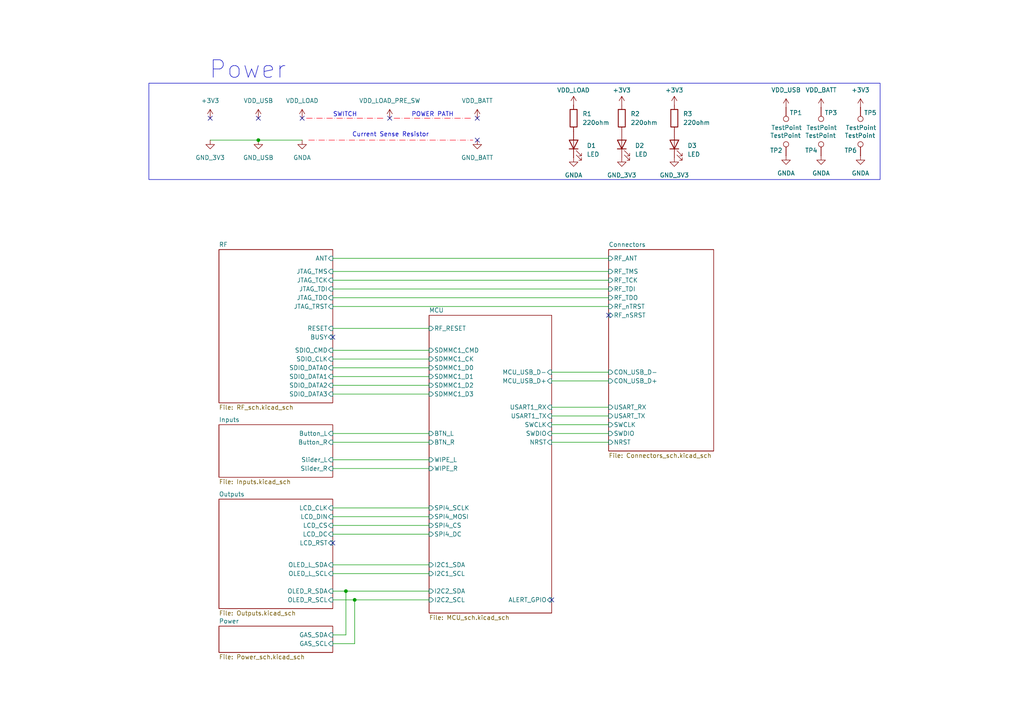
<source format=kicad_sch>
(kicad_sch (version 20231120) (generator "eeschema") (generator_version "8.0")
  (paper "A4")
  (lib_symbols
    (symbol "Connector:TestPoint" (pin_numbers hide) (pin_names (offset 0.762) hide)
      (property "Reference" "TP" (at 0 6.858 0))
      (property "Value" "TestPoint" (at 0 5.08 0))
      (symbol "TestPoint_0_1"
        (circle (center 0 3.302) (radius 0.762))
      )
      (symbol "TestPoint_1_1"
        (pin passive line (at 0 0 90) (length 2.54) (name "1") (number "1"))
      )
    )
    (symbol "Device:LED" (pin_numbers hide) (pin_names (offset 1.016) hide)
      (property "Reference" "D" (at 0 2.54 0))
      (property "Value" "LED" (at 0 -2.54 0))
      (symbol "LED_0_1"
        (polyline (pts (xy -1.27 -1.27) (xy -1.27 1.27)) (stroke (width 0.254)))
        (polyline (pts (xy -1.27 0) (xy 1.27 0)))
        (polyline (pts (xy 1.27 -1.27) (xy 1.27 1.27) (xy -1.27 0) (xy 1.27 -1.27)) (stroke (width 0.254)))
        (polyline (pts (xy -3.048 -0.762) (xy -4.572 -2.286) (xy -3.81 -2.286) (xy -4.572 -2.286) (xy -4.572 -1.524)))
        (polyline (pts (xy -1.778 -0.762) (xy -3.302 -2.286) (xy -2.54 -2.286) (xy -3.302 -2.286) (xy -3.302 -1.524)))
      )
      (symbol "LED_1_1"
        (pin passive line (at -3.81 0 0) (length 2.54) (name "K") (number "1"))
        (pin passive line (at 3.81 0 180) (length 2.54) (name "A") (number "2"))
      )
    )
    (symbol "Device:R" (pin_numbers hide) (pin_names (offset 0))
      (property "Reference" "R" (at 2.032 0 90))
      (property "Value" "R" (at 0 0 90))
      (symbol "R_0_1"
        (rectangle (start -1.016 -2.54) (end 1.016 2.54) (stroke (width 0.254)))
      )
      (symbol "R_1_1"
        (pin passive line (at 0 3.81 270) (length 1.27) (name "~") (number "1"))
        (pin passive line (at 0 -3.81 90) (length 1.27) (name "~") (number "2"))
      )
    )
    (symbol "power:+3V3" (power) (pin_numbers hide) (pin_names (offset 0) hide)
      (property "Value" "+3V3" (at 0 3.556 0))
      (symbol "+3V3_0_1"
        (polyline (pts (xy -0.762 1.27) (xy 0 2.54)))
        (polyline (pts (xy 0 0) (xy 0 2.54)))
        (polyline (pts (xy 0 2.54) (xy 0.762 1.27)))
      )
      (symbol "+3V3_1_1"
        (pin power_in line (at 0 0 90) (length 0) (name "~") (number "1"))
      )
    )
    (symbol "power:GND" (power) (pin_numbers hide) (pin_names (offset 0) hide)
      (property "Value" "GND" (at 0 -3.81 0))
      (symbol "GND_0_1"
        (polyline (pts (xy 0 0) (xy 0 -1.27) (xy 1.27 -1.27) (xy 0 -2.54) (xy -1.27 -1.27) (xy 0 -1.27)))
      )
      (symbol "GND_1_1"
        (pin power_in line (at 0 0 270) (length 0) (name "~") (number "1"))
      )
    )
    (symbol "power:GNDA" (power) (pin_numbers hide) (pin_names (offset 0) hide)
      (property "Value" "GNDA" (at 0 -3.81 0))
      (symbol "GNDA_0_1"
        (polyline (pts (xy 0 0) (xy 0 -1.27) (xy 1.27 -1.27) (xy 0 -2.54) (xy -1.27 -1.27) (xy 0 -1.27)))
      )
      (symbol "GNDA_1_1"
        (pin power_in line (at 0 0 270) (length 0) (name "~") (number "1"))
      )
    )
  )
  (junction (at 102.87 173.99))
  (junction (at 74.93 40.64))
  (junction (at 100.33 171.45))
  (no_connect (at 113.03 34.29))
  (no_connect (at 74.93 34.29))
  (no_connect (at 138.43 40.64))
  (no_connect (at 176.53 91.44))
  (no_connect (at 60.96 34.29))
  (no_connect (at 96.52 157.48))
  (no_connect (at 96.52 97.79))
  (no_connect (at 160.02 173.99))
  (no_connect (at 87.63 34.29))
  (no_connect (at 138.43 34.29))
  (wire (pts (xy 160.02 110.49) (xy 176.53 110.49)))
  (polyline (pts (xy 114.3 34.29) (xy 136.525 34.29)) (stroke (width 0) (type dash_dot) (color 255 5 28 1)))
  (wire (pts (xy 96.52 173.99) (xy 102.87 173.99)))
  (wire (pts (xy 96.52 152.4) (xy 124.46 152.4)))
  (wire (pts (xy 96.52 86.36) (xy 176.53 86.36)))
  (wire (pts (xy 96.52 163.83) (xy 124.46 163.83)))
  (polyline (pts (xy 88.9 34.29) (xy 111.125 34.29)) (stroke (width 0) (type dash_dot) (color 255 5 28 1)))
  (wire (pts (xy 100.33 171.45) (xy 124.46 171.45)))
  (wire (pts (xy 96.52 95.25) (xy 124.46 95.25)))
  (wire (pts (xy 96.52 171.45) (xy 100.33 171.45)))
  (wire (pts (xy 160.02 123.19) (xy 176.53 123.19)))
  (wire (pts (xy 100.33 184.15) (xy 100.33 171.45)))
  (wire (pts (xy 74.93 40.64) (xy 87.63 40.64)))
  (wire (pts (xy 96.52 133.35) (xy 124.46 133.35)))
  (wire (pts (xy 96.52 106.68) (xy 124.46 106.68)))
  (wire (pts (xy 96.52 125.73) (xy 124.46 125.73)))
  (wire (pts (xy 96.52 135.89) (xy 124.46 135.89)))
  (wire (pts (xy 160.02 128.27) (xy 176.53 128.27)))
  (wire (pts (xy 96.52 186.69) (xy 102.87 186.69)))
  (wire (pts (xy 96.52 101.6) (xy 124.46 101.6)))
  (wire (pts (xy 102.87 173.99) (xy 124.46 173.99)))
  (wire (pts (xy 102.87 186.69) (xy 102.87 173.99)))
  (wire (pts (xy 160.02 118.11) (xy 176.53 118.11)))
  (wire (pts (xy 96.52 104.14) (xy 124.46 104.14)))
  (wire (pts (xy 96.52 166.37) (xy 124.46 166.37)))
  (wire (pts (xy 60.96 40.64) (xy 74.93 40.64)))
  (wire (pts (xy 96.52 149.86) (xy 124.46 149.86)))
  (wire (pts (xy 96.52 74.93) (xy 176.53 74.93)))
  (wire (pts (xy 96.52 78.74) (xy 176.53 78.74)))
  (wire (pts (xy 96.52 154.94) (xy 124.46 154.94)))
  (wire (pts (xy 96.52 109.22) (xy 124.46 109.22)))
  (wire (pts (xy 160.02 120.65) (xy 176.53 120.65)))
  (wire (pts (xy 96.52 83.82) (xy 176.53 83.82)))
  (wire (pts (xy 160.02 125.73) (xy 176.53 125.73)))
  (wire (pts (xy 160.02 107.95) (xy 176.53 107.95)))
  (wire (pts (xy 96.52 88.9) (xy 176.53 88.9)))
  (wire (pts (xy 96.52 81.28) (xy 176.53 81.28)))
  (wire (pts (xy 96.52 114.3) (xy 124.46 114.3)))
  (wire (pts (xy 96.52 147.32) (xy 124.46 147.32)))
  (wire (pts (xy 96.52 184.15) (xy 100.33 184.15)))
  (polyline (pts (xy 89.535 40.64) (xy 137.16 40.64)) (stroke (width 0) (type dash_dot) (color 255 5 28 1)))
  (wire (pts (xy 96.52 111.76) (xy 124.46 111.76)))
  (wire (pts (xy 96.52 128.27) (xy 124.46 128.27)))
  (rectangle (start 43.18 24.13) (end 255.27 52.07))
  (text "Power\n" (at 71.882 20.32 0) (effects (font (size 5.08 5.08))))
  (text "POWER PATH" (at 125.476 33.274 0) (effects (font (size 1.27 1.27))))
  (text "Current Sense Resistor\n" (at 113.284 39.116 0) (effects (font (size 1.27 1.27))))
  (text "SWITCH" (at 100.076 33.274 0) (effects (font (size 1.27 1.27))))
  (symbol (lib_id "power:GND") (at 138.43 40.64 0) (unit 1)
    (property "Reference" "#PWR09" (effects (hide yes)))
    (property "Value" "GND_BATT" (at 138.43 45.72 0))
    (property "Description" "Power symbol creates a global label with name \"GND\" , ground" (effects (hide yes)))
  )
  (symbol (lib_id "power:+3V3") (at 238.149 31.1872 0) (unit 1)
    (property "Reference" "#PWR018" (effects (hide yes)))
    (property "Value" "VDD_BATT" (at 238.149 26.1072 0))
    (property "Description" "Power symbol creates a global label with name \"+3V3\"" (effects (hide yes)))
  )
  (symbol (lib_id "Connector:TestPoint") (at 238.149 31.1872 180) (unit 1)
    (property "Reference" "TP3" (at 239.165 32.7112 0) (effects (justify right)))
    (property "Value" "TestPoint" (at 233.831 37.0292 0) (effects (justify right)))
    (property "Footprint" "Connector_PinHeader_2.54mm:PinHeader_1x02_P2.54mm_Vertical" (effects (hide yes)))
    (property "Description" "test point" (effects (hide yes)))
    (property "MANUF_PN" "N/A" (effects (hide yes)))
  )
  (symbol (lib_id "Device:LED") (at 180.34 41.91 90) (unit 1)
    (property "Reference" "D2" (at 184.15 42.2274 90) (effects (justify right)))
    (property "Value" "LED" (at 184.15 44.7674 90) (effects (justify right)))
    (property "Footprint" "LED_SMD:LED_0603_1608Metric" (effects (hide yes)))
    (property "Description" "Light emitting diode" (effects (hide yes)))
    (property "MANUF_PN" "LTST-C190GKT" (effects (hide yes)))
  )
  (symbol (lib_id "power:GND") (at 60.96 40.64 0) (unit 1)
    (property "Reference" "#PWR02" (effects (hide yes)))
    (property "Value" "GND_3V3" (at 60.96 45.72 0))
    (property "Description" "Power symbol creates a global label with name \"GND\" , ground" (effects (hide yes)))
  )
  (symbol (lib_id "power:+3V3") (at 180.34 30.48 0) (unit 1)
    (property "Reference" "#PWR012" (effects (hide yes)))
    (property "Value" "+3V3" (at 180.34 26.162 0))
    (property "Description" "Power symbol creates a global label with name \"+3V3\"" (effects (hide yes)))
  )
  (symbol (lib_id "power:GNDA") (at 227.989 45.1572 0) (unit 1)
    (property "Reference" "#PWR017" (effects (hide yes)))
    (property "Value" "GNDA" (at 227.989 50.2372 0))
    (property "Description" "Power symbol creates a global label with name \"GNDA\" , analog ground" (effects (hide yes)))
  )
  (symbol (lib_id "Connector:TestPoint") (at 238.149 45.1572 0) (unit 1)
    (property "Reference" "TP4" (at 237.133 43.6332 0) (effects (justify right)))
    (property "Value" "TestPoint" (at 242.467 39.3152 0) (effects (justify right)))
    (property "Footprint" "Connector_PinHeader_2.54mm:PinHeader_1x02_P2.54mm_Vertical" (effects (hide yes)))
    (property "Description" "test point" (effects (hide yes)))
    (property "MANUF_PN" "N/A" (effects (hide yes)))
  )
  (symbol (lib_id "power:+3V3") (at 138.43 34.29 0) (unit 1)
    (property "Reference" "#PWR08" (effects (hide yes)))
    (property "Value" "VDD_BATT" (at 138.43 29.21 0))
    (property "Description" "Power symbol creates a global label with name \"+3V3\"" (effects (hide yes)))
  )
  (symbol (lib_id "power:+3V3") (at 227.989 31.1872 0) (unit 1)
    (property "Reference" "#PWR016" (effects (hide yes)))
    (property "Value" "VDD_USB" (at 227.989 26.1072 0))
    (property "Description" "Power symbol creates a global label with name \"+3V3\"" (effects (hide yes)))
  )
  (symbol (lib_id "power:GND") (at 180.34 45.72 0) (unit 1)
    (property "Reference" "#PWR013" (effects (hide yes)))
    (property "Value" "GND_3V3" (at 180.34 50.8 0))
    (property "Description" "Power symbol creates a global label with name \"GND\" , ground" (effects (hide yes)))
  )
  (symbol (lib_id "Device:R") (at 195.58 34.29 0) (unit 1)
    (property "Reference" "R3" (at 198.12 33.0199 0) (effects (justify left)))
    (property "Value" "220ohm" (at 198.12 35.5599 0) (effects (justify left)))
    (property "Footprint" "Resistor_SMD:R_0603_1608Metric" (effects (hide yes)))
    (property "Description" "Resistor" (effects (hide yes)))
    (property "MANUF_PN" "RMCF0603FT220R" (effects (hide yes)))
  )
  (symbol (lib_id "power:+3V3") (at 60.96 34.29 0) (unit 1)
    (property "Reference" "#PWR01" (effects (hide yes)))
    (property "Value" "+3V3" (at 60.96 29.21 0))
    (property "Description" "Power symbol creates a global label with name \"+3V3\"" (effects (hide yes)))
  )
  (symbol (lib_id "Device:R") (at 166.37 34.29 0) (unit 1)
    (property "Reference" "R1" (at 168.91 33.0199 0) (effects (justify left)))
    (property "Value" "220ohm" (at 168.91 35.5599 0) (effects (justify left)))
    (property "Footprint" "Resistor_SMD:R_0603_1608Metric" (effects (hide yes)))
    (property "Description" "Resistor" (effects (hide yes)))
    (property "MANUF_PN" "RMCF0603FT220R" (effects (hide yes)))
  )
  (symbol (lib_id "power:+3V3") (at 113.03 34.29 0) (unit 1)
    (property "Reference" "#PWR07" (effects (hide yes)))
    (property "Value" "VDD_LOAD_PRE_SW" (at 113.03 29.21 0))
    (property "Description" "Power symbol creates a global label with name \"+3V3\"" (effects (hide yes)))
  )
  (symbol (lib_id "power:+3V3") (at 74.93 34.29 0) (unit 1)
    (property "Reference" "#PWR03" (effects (hide yes)))
    (property "Value" "VDD_USB" (at 74.93 29.21 0))
    (property "Description" "Power symbol creates a global label with name \"+3V3\"" (effects (hide yes)))
  )
  (symbol (lib_id "power:GND") (at 74.93 40.64 0) (unit 1)
    (property "Reference" "#PWR04" (effects (hide yes)))
    (property "Value" "GND_USB" (at 74.93 45.72 0))
    (property "Description" "Power symbol creates a global label with name \"GND\" , ground" (effects (hide yes)))
  )
  (symbol (lib_id "power:GNDA") (at 238.149 45.1572 0) (unit 1)
    (property "Reference" "#PWR019" (effects (hide yes)))
    (property "Value" "GNDA" (at 238.149 50.2372 0))
    (property "Description" "Power symbol creates a global label with name \"GNDA\" , analog ground" (effects (hide yes)))
  )
  (symbol (lib_id "power:+3V3") (at 195.58 30.48 0) (unit 1)
    (property "Reference" "#PWR014" (effects (hide yes)))
    (property "Value" "+3V3" (at 195.58 26.162 0))
    (property "Description" "Power symbol creates a global label with name \"+3V3\"" (effects (hide yes)))
  )
  (symbol (lib_id "Connector:TestPoint") (at 227.989 45.1572 0) (unit 1)
    (property "Reference" "TP2" (at 226.973 43.6332 0) (effects (justify right)))
    (property "Value" "TestPoint" (at 232.307 39.3152 0) (effects (justify right)))
    (property "Footprint" "Connector_PinHeader_2.54mm:PinHeader_1x02_P2.54mm_Vertical" (effects (hide yes)))
    (property "Description" "test point" (effects (hide yes)))
    (property "MANUF_PN" "N/A" (effects (hide yes)))
  )
  (symbol (lib_id "Connector:TestPoint") (at 249.579 31.1872 180) (unit 1)
    (property "Reference" "TP5" (at 250.595 32.7112 0) (effects (justify right)))
    (property "Value" "TestPoint" (at 245.261 37.0292 0) (effects (justify right)))
    (property "Footprint" "Connector_PinHeader_2.54mm:PinHeader_1x02_P2.54mm_Vertical" (effects (hide yes)))
    (property "Description" "test point" (effects (hide yes)))
    (property "MANUF_PN" "N/A" (effects (hide yes)))
  )
  (symbol (lib_id "Device:LED") (at 166.37 41.91 90) (unit 1)
    (property "Reference" "D1" (at 170.18 42.2274 90) (effects (justify right)))
    (property "Value" "LED" (at 170.18 44.7674 90) (effects (justify right)))
    (property "Footprint" "LED_SMD:LED_0603_1608Metric" (effects (hide yes)))
    (property "Description" "Light emitting diode" (effects (hide yes)))
    (property "MANUF_PN" "LTST-C190GKT" (effects (hide yes)))
  )
  (symbol (lib_id "power:GNDA") (at 166.37 45.72 0) (unit 1)
    (property "Reference" "#PWR011" (effects (hide yes)))
    (property "Value" "GNDA" (at 166.37 50.8 0))
    (property "Description" "Power symbol creates a global label with name \"GNDA\" , analog ground" (effects (hide yes)))
  )
  (symbol (lib_id "Connector:TestPoint") (at 227.989 31.1872 180) (unit 1)
    (property "Reference" "TP1" (at 229.005 32.7112 0) (effects (justify right)))
    (property "Value" "TestPoint" (at 223.671 37.0292 0) (effects (justify right)))
    (property "Footprint" "Connector_PinHeader_2.54mm:PinHeader_1x02_P2.54mm_Vertical" (effects (hide yes)))
    (property "Description" "test point" (effects (hide yes)))
    (property "MANUF_PN" "N/A" (effects (hide yes)))
  )
  (symbol (lib_id "Device:LED") (at 195.58 41.91 90) (unit 1)
    (property "Reference" "D3" (at 199.39 42.2274 90) (effects (justify right)))
    (property "Value" "LED" (at 199.39 44.7674 90) (effects (justify right)))
    (property "Footprint" "LED_THT:LED_D5.0mm" (effects (hide yes)))
    (property "Description" "Light emitting diode" (effects (hide yes)))
    (property "MANUF_PN" "LTL-4293" (effects (hide yes)))
  )
  (symbol (lib_id "power:GND") (at 195.58 45.72 0) (unit 1)
    (property "Reference" "#PWR015" (effects (hide yes)))
    (property "Value" "GND_3V3" (at 195.58 50.8 0))
    (property "Description" "Power symbol creates a global label with name \"GND\" , ground" (effects (hide yes)))
  )
  (symbol (lib_id "power:+3V3") (at 166.37 30.48 0) (unit 1)
    (property "Reference" "#PWR010" (effects (hide yes)))
    (property "Value" "VDD_LOAD" (at 161.544 26.162 0) (effects (justify left)))
    (property "Description" "Power symbol creates a global label with name \"+3V3\"" (effects (hide yes)))
  )
  (symbol (lib_id "Device:R") (at 180.34 34.29 0) (unit 1)
    (property "Reference" "R2" (at 182.88 33.0199 0) (effects (justify left)))
    (property "Value" "220ohm" (at 182.88 35.5599 0) (effects (justify left)))
    (property "Footprint" "Resistor_SMD:R_0603_1608Metric" (effects (hide yes)))
    (property "Description" "Resistor" (effects (hide yes)))
    (property "MANUF_PN" "RMCF0603FT220R" (effects (hide yes)))
  )
  (symbol (lib_id "power:GNDA") (at 249.579 45.1572 0) (unit 1)
    (property "Reference" "#PWR021" (effects (hide yes)))
    (property "Value" "GNDA" (at 249.579 50.2372 0))
    (property "Description" "Power symbol creates a global label with name \"GNDA\" , analog ground" (effects (hide yes)))
  )
  (symbol (lib_id "power:+3V3") (at 249.579 31.1872 0) (unit 1)
    (property "Reference" "#PWR020" (effects (hide yes)))
    (property "Value" "+3V3" (at 249.579 26.1072 0))
    (property "Description" "Power symbol creates a global label with name \"+3V3\"" (effects (hide yes)))
  )
  (symbol (lib_id "power:+3V3") (at 87.63 34.29 0) (unit 1)
    (property "Reference" "#PWR05" (effects (hide yes)))
    (property "Value" "VDD_LOAD" (at 87.63 29.21 0))
    (property "Description" "Power symbol creates a global label with name \"+3V3\"" (effects (hide yes)))
  )
  (symbol (lib_id "Connector:TestPoint") (at 249.579 45.1572 0) (unit 1)
    (property "Reference" "TP6" (at 248.563 43.6332 0) (effects (justify right)))
    (property "Value" "TestPoint" (at 253.897 39.3152 0) (effects (justify right)))
    (property "Footprint" "Connector_PinHeader_2.54mm:PinHeader_1x02_P2.54mm_Vertical" (effects (hide yes)))
    (property "Description" "test point" (effects (hide yes)))
    (property "MANUF_PN" "N/A" (effects (hide yes)))
  )
  (symbol (lib_id "power:GNDA") (at 87.63 40.64 0) (unit 1)
    (property "Reference" "#PWR06" (effects (hide yes)))
    (property "Value" "GNDA" (at 87.63 45.72 0))
    (property "Description" "Power symbol creates a global label with name \"GNDA\" , analog ground" (effects (hide yes)))
  )
  (sheet (at 63.5 123.19) (size 33.02 15.24) (stroke (width 0.1524))
    (property "Sheetname" "Inputs" (at 63.5 122.4784 0) (effects (justify left bottom)))
    (property "Sheetfile" "Inputs.kicad_sch" (at 63.5 139.0146 0) (effects (justify left top)))
    (pin "Button_L" input (at 96.52 125.73 0))
    (pin "Slider_R" input (at 96.52 135.89 0))
    (pin "Slider_L" input (at 96.52 133.35 0))
    (pin "Button_R" input (at 96.52 128.27 0))
  )
  (sheet (at 176.53 72.39) (size 30.48 58.42) (stroke (width 0.1524))
    (property "Sheetname" "Connectors" (at 176.53 71.6784 0) (effects (justify left bottom)))
    (property "Sheetfile" "Connectors_sch.kicad_sch" (at 176.53 131.3946 0) (effects (justify left top)))
    (pin "RF_ANT" input (at 176.53 74.93 180))
    (pin "USART_RX" input (at 176.53 118.11 180))
    (pin "USART_TX" input (at 176.53 120.65 180))
    (pin "SWCLK" input (at 176.53 123.19 180))
    (pin "SWDIO" input (at 176.53 125.73 180))
    (pin "NRST" input (at 176.53 128.27 180))
    (pin "CON_USB_D-" input (at 176.53 107.95 180))
    (pin "CON_USB_D+" input (at 176.53 110.49 180))
    (pin "RF_TCK" input (at 176.53 81.28 180))
    (pin "RF_TDI" input (at 176.53 83.82 180))
    (pin "RF_nSRST" input (at 176.53 91.44 180))
    (pin "RF_TDO" input (at 176.53 86.36 180))
    (pin "RF_nTRST" input (at 176.53 88.9 180))
    (pin "RF_TMS" input (at 176.53 78.74 180))
  )
  (sheet (at 63.5 72.39) (size 33.02 44.45) (stroke (width 0.1524))
    (property "Sheetname" "RF" (at 63.5 71.6784 0) (effects (justify left bottom)))
    (property "Sheetfile" "RF_sch.kicad_sch" (at 63.5 117.4246 0) (effects (justify left top)))
    (pin "SDIO_CLK" input (at 96.52 104.14 0))
    (pin "SDIO_CMD" input (at 96.52 101.6 0))
    (pin "SDIO_DATA0" input (at 96.52 106.68 0))
    (pin "SDIO_DATA3" input (at 96.52 114.3 0))
    (pin "SDIO_DATA1" input (at 96.52 109.22 0))
    (pin "SDIO_DATA2" input (at 96.52 111.76 0))
    (pin "JTAG_TCK" input (at 96.52 81.28 0))
    (pin "JTAG_TMS" input (at 96.52 78.74 0))
    (pin "JTAG_TRST" input (at 96.52 88.9 0))
    (pin "JTAG_TDI" input (at 96.52 83.82 0))
    (pin "JTAG_TDO" input (at 96.52 86.36 0))
    (pin "BUSY" input (at 96.52 97.79 0))
    (pin "RESET" input (at 96.52 95.25 0))
    (pin "ANT" input (at 96.52 74.93 0))
  )
  (sheet (at 124.46 91.44) (size 35.56 86.36) (stroke (width 0.1524))
    (property "Sheetname" "MCU" (at 124.46 90.7284 0) (effects (justify left bottom)))
    (property "Sheetfile" "MCU_sch.kicad_sch" (at 124.46 178.3846 0) (effects (justify left top)))
    (pin "USART1_TX" input (at 160.02 120.65 0))
    (pin "USART1_RX" input (at 160.02 118.11 0))
    (pin "NRST" input (at 160.02 128.27 0))
    (pin "SWDIO" input (at 160.02 125.73 0))
    (pin "SWCLK" input (at 160.02 123.19 0))
    (pin "I2C1_SCL" input (at 124.46 166.37 180))
    (pin "I2C1_SDA" input (at 124.46 163.83 180))
    (pin "I2C2_SCL" input (at 124.46 173.99 180))
    (pin "I2C2_SDA" input (at 124.46 171.45 180))
    (pin "BTN_L" input (at 124.46 125.73 180))
    (pin "BTN_R" input (at 124.46 128.27 180))
    (pin "WIPE_R" input (at 124.46 135.89 180))
    (pin "WIPE_L" input (at 124.46 133.35 180))
    (pin "MCU_USB_D-" input (at 160.02 107.95 0))
    (pin "MCU_USB_D+" input (at 160.02 110.49 0))
    (pin "ALERT_GPIO" input (at 160.02 173.99 0))
    (pin "SPI4_MOSI" input (at 124.46 149.86 180))
    (pin "SPI4_SCLK" input (at 124.46 147.32 180))
    (pin "SDMMC1_CMD" input (at 124.46 101.6 180))
    (pin "SDMMC1_D0" input (at 124.46 106.68 180))
    (pin "SDMMC1_D1" input (at 124.46 109.22 180))
    (pin "SDMMC1_D2" input (at 124.46 111.76 180))
    (pin "SDMMC1_CK" input (at 124.46 104.14 180))
    (pin "SDMMC1_D3" input (at 124.46 114.3 180))
    (pin "SPI4_CS" input (at 124.46 152.4 180))
    (pin "SPI4_DC" input (at 124.46 154.94 180))
    (pin "RF_RESET" input (at 124.46 95.25 180))
  )
  (sheet (at 63.5 181.61) (size 33.02 7.62) (stroke (width 0.1524))
    (property "Sheetname" "Power" (at 63.5 180.8984 0) (effects (justify left bottom)))
    (property "Sheetfile" "Power_sch.kicad_sch" (at 63.5 189.8146 0) (effects (justify left top)))
    (pin "GAS_SCL" input (at 96.52 186.69 0))
    (pin "GAS_SDA" input (at 96.52 184.15 0))
  )
  (sheet (at 63.5 144.78) (size 33.02 31.75) (stroke (width 0.1524))
    (property "Sheetname" "Outputs" (at 63.5 144.0684 0) (effects (justify left bottom)))
    (property "Sheetfile" "Outputs.kicad_sch" (at 63.5 177.1146 0) (effects (justify left top)))
    (pin "LCD_CLK" input (at 96.52 147.32 0))
    (pin "LCD_DIN" input (at 96.52 149.86 0))
    (pin "LCD_CS" input (at 96.52 152.4 0))
    (pin "LCD_DC" input (at 96.52 154.94 0))
    (pin "LCD_RST" input (at 96.52 157.48 0))
    (pin "OLED_L_SCL" input (at 96.52 166.37 0))
    (pin "OLED_L_SDA" input (at 96.52 163.83 0))
    (pin "OLED_R_SDA" input (at 96.52 171.45 0))
    (pin "OLED_R_SCL" input (at 96.52 173.99 0))
  )
)
</source>
